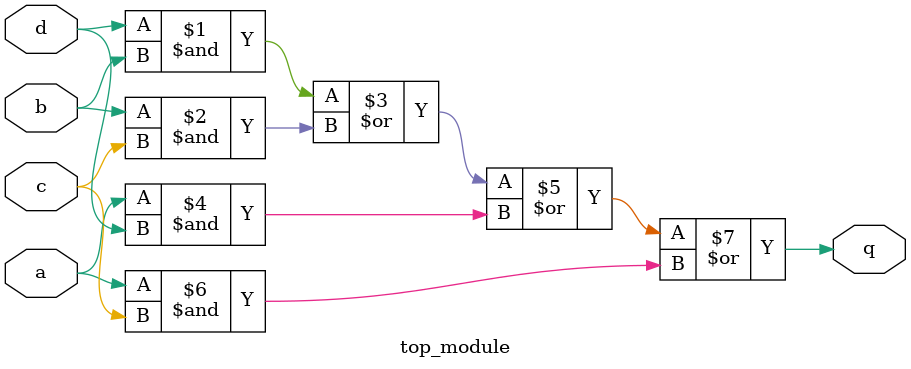
<source format=v>
module top_module (
    input a,
    input b,
    input c,
    input d,
    output q );

    assign q =(d&b)|(b&c)|(a&d)|(a&c); 

endmodule

</source>
